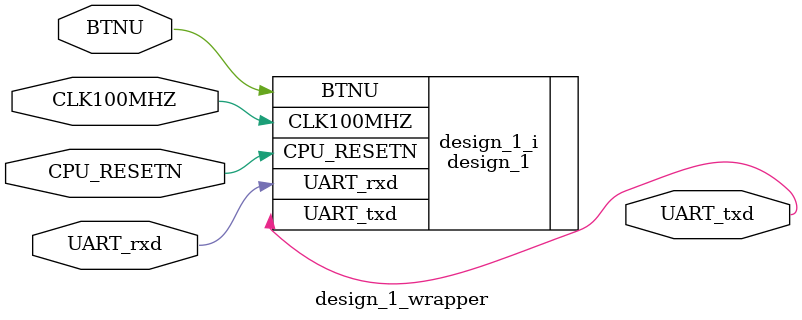
<source format=v>
`timescale 1 ps / 1 ps

module design_1_wrapper
   (BTNU,
    CLK100MHZ,
    CPU_RESETN,
    UART_rxd,
    UART_txd);
  input BTNU;
  input CLK100MHZ;
  input CPU_RESETN;
  input UART_rxd;
  output UART_txd;

  wire BTNU;
  wire CLK100MHZ;
  wire CPU_RESETN;
  wire UART_rxd;
  wire UART_txd;

  design_1 design_1_i
       (.BTNU(BTNU),
        .CLK100MHZ(CLK100MHZ),
        .CPU_RESETN(CPU_RESETN),
        .UART_rxd(UART_rxd),
        .UART_txd(UART_txd));
endmodule

</source>
